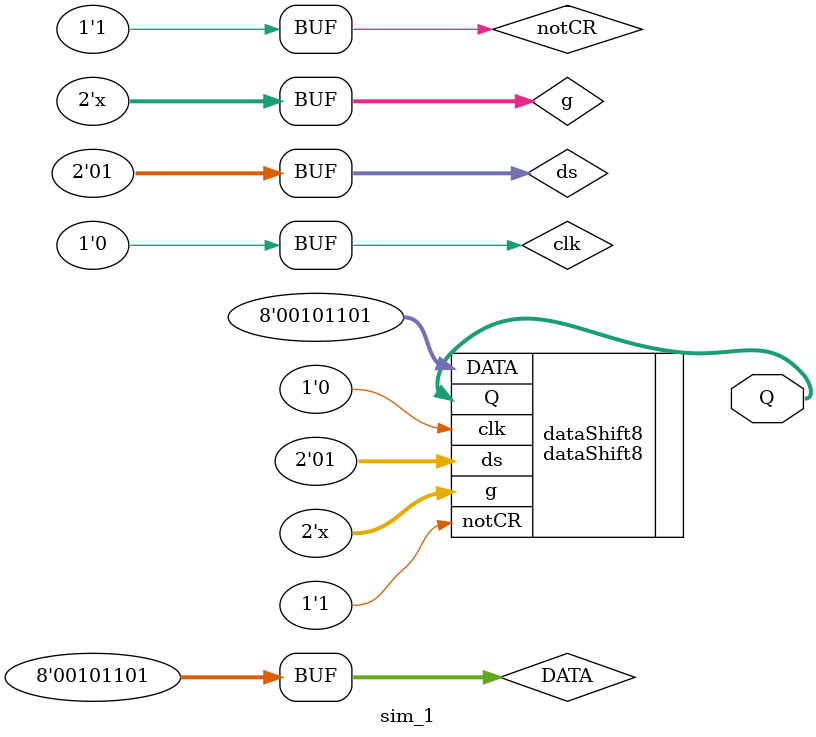
<source format=v>
`timescale 1ns / 1ps


module sim_1(
    output [7:0] Q
    );
    reg notCR;
    reg clk;
    reg [1:0] g;
    reg [1:0] ds;
    reg [7:0] DATA;
    
    initial
    begin
        notCR = 1;
        clk = 0;
        g = 2'b00;
        ds = 2'b01; // ×óÒÆ1£¬ÓÒ0
        DATA = 8'b00101101;
    end
    always #20
    begin
        g = g + 1;
//        notCR = notCR + 1;
    end
    dataShift8 dataShift8(.notCR(notCR), .clk(clk), .g(g), .ds(ds), .DATA(DATA), .Q(Q));
    
endmodule

</source>
